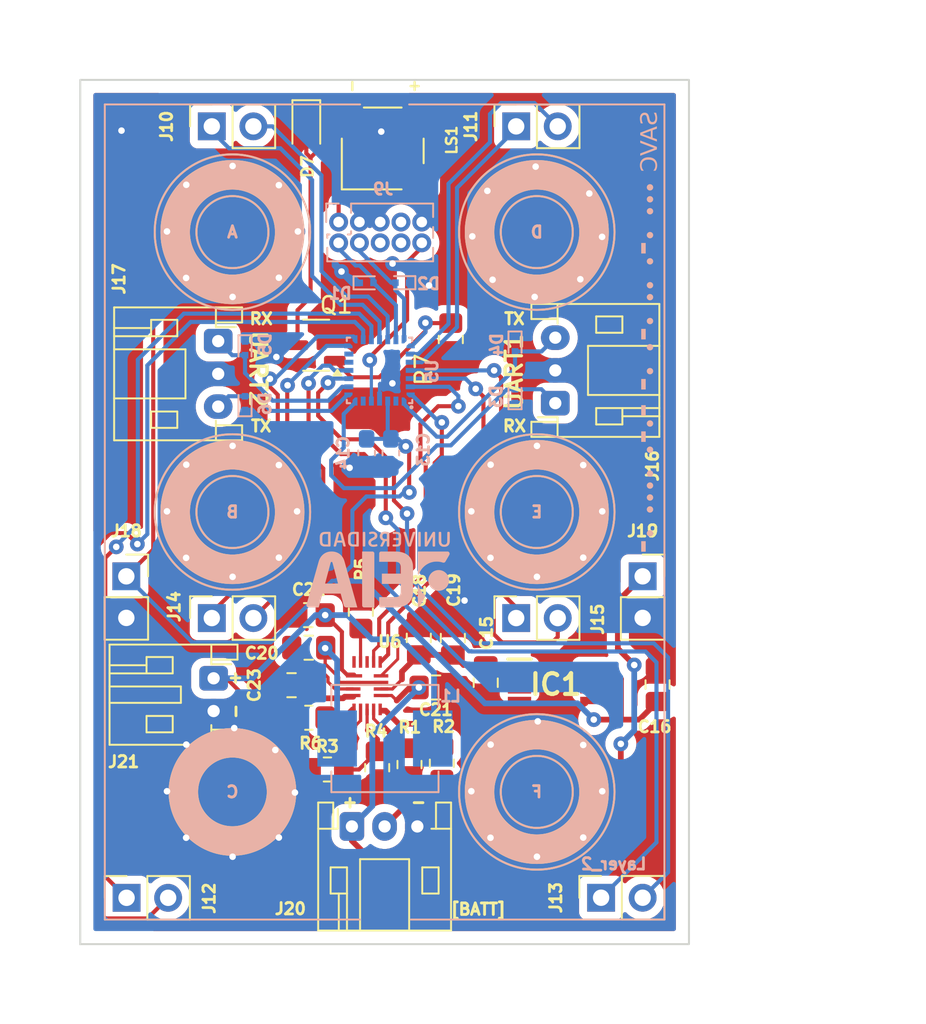
<source format=kicad_pcb>
(kicad_pcb (version 20241229) (generator "pcbnew") (generator_version "9.0")
  (layers (0 "F.Cu" signal) (2 "B.Cu" signal) (13 "F.Paste" user) (15 "B.Paste" user) (5 "F.SilkS" user "F.Silkscreen") (7 "B.SilkS" user "B.Silkscreen") (1 "F.Mask" user) (3 "B.Mask" user) (25 "Edge.Cuts" user))
  (net 0 "")
  (net 1 "+3.3V")
  (net 2 "GND")
  (net 3 "+7.5V")
  (net 4 "Net-(U6-BST)")
  (net 5 "D2")
  (net 6 "D1")
  (net 7 "C1")
  (net 8 "C2")
  (net 11 "B2")
  (net 12 "B1")
  (net 13 "A1")
  (net 14 "A2")
  (net 15 "E1")
  (net 16 "E2")
  (net 17 "/MCU/PA13")
  (net 18 "/MCU/PA14")
  (net 20 "Net-(U6-MID)")
  (net 21 "Net-(U6-NTC)")
  (net 22 "/MCU/NRST")
  (net 23 "Net-(U6-VLIM)")
  (net 24 "F1")
  (net 25 "F2")
  (net 26 "Net-(U6-ISET)")
  (net 27 "Net-(U6-CV)")
  (net 28 "USART1_RX")
  (net 29 "USART1_TX")
  (net 30 "USART2_RX")
  (net 31 "USART2_TX")
  (net 32 "I2C1_SDA")
  (net 33 "I2C1_SCL")
  (net 34 "/Power_suply/Batt2")
  (net 35 "VEE")
  (net 37 "/Power_suply/VCC")
  (net 40 "STAT")
  (net 41 "ACOK")
  (net 42 "Net-(C20-Pad1)")
  (net 43 "Net-(IC1-EN)")
  (net 47 "BUZZER")
  (net 49 "Net-(D7-A)")
  (footprint "Resistor_SMD:R_0805_2012Metric_Pad1.20x1.40mm_HandSolder" (layer "F.Cu") (at 127.255 92.42 -90)
    (property "Reference" "R2")
    (property "Value" "10K")
  )
  (footprint "Connector_PinSocket_2.54mm:PinSocket_1x02_P2.54mm_Vertical" (layer "F.Cu") (at 115.175 53.43 90)
    (property "Reference" "J10")
    (property "Value" "Conn_01x02_Female")
  )
  (footprint "Connector_PinSocket_2.54mm:PinSocket_1x02_P2.54mm_Vertical" (layer "F.Cu") (at 109.95 80.92)
    (property "Reference" "J18")
    (property "Value" "Conn_01x02_Female")
  )
  (footprint "Capacitor_SMD:C_0805_2012Metric_Pad1.18x1.45mm_HandSolder" (layer "F.Cu") (at 131.915 87.42 -90)
    (property "Reference" "C15")
    (property "Value" "1uF")
  )
  (footprint "Capacitor_SMD:C_0805_2012Metric_Pad1.18x1.45mm_HandSolder" (layer "F.Cu") (at 129.905 84.6925 90)
    (property "Reference" "C19")
    (property "Value" "22uF")
  )
  (footprint "Connector_PinSocket_2.54mm:PinSocket_1x02_P2.54mm_Vertical" (layer "F.Cu") (at 109.965 100.56 90)
    (property "Reference" "J12")
    (property "Value" "Conn_01x02_Female")
  )
  (footprint "Capacitor_SMD:C_0805_2012Metric_Pad1.18x1.45mm_HandSolder" (layer "F.Cu") (at 121.0975 85.28 180)
    (property "Reference" "C20")
    (property "Value" "100nF")
  )
  (footprint "Resistor_SMD:R_0805_2012Metric_Pad1.20x1.40mm_HandSolder" (layer "F.Cu") (at 121.105 89.56)
    (property "Reference" "R6")
    (property "Value" "24k")
  )
  (footprint "Package_TO_SOT_SMD:SOT-23-3" (layer "F.Cu") (at 121.5525 66.8 180)
    (property "Reference" "Q1")
    (property "Value" "Q_NMOS_GSD")
  )
  (footprint "Resistor_SMD:R_0805_2012Metric_Pad1.20x1.40mm_HandSolder" (layer "F.Cu") (at 125.28 92.61 90)
    (property "Reference" "R4")
    (property "Value" "10k")
  )
  (footprint "Resistor_SMD:R_0805_2012Metric_Pad1.20x1.40mm_HandSolder" (layer "F.Cu") (at 129.235 92.34 -90)
    (property "Reference" "R1")
    (property "Value" "330R")
  )
  (footprint "Resistor_SMD:R_0805_2012Metric_Pad1.20x1.40mm_HandSolder" (layer "F.Cu") (at 129.78 66.45 -90)
    (property "Reference" "R7")
    (property "Value" "10K")
  )
  (footprint "Capacitor_SMD:C_0805_2012Metric_Pad1.18x1.45mm_HandSolder" (layer "F.Cu") (at 121.0675 83.29 180)
    (property "Reference" "C22")
    (property "Value" "10uF")
  )
  (footprint "Connector_PinSocket_2.54mm:PinSocket_1x02_P2.54mm_Vertical" (layer "F.Cu") (at 133.775 53.43 90)
    (property "Reference" "J11")
    (property "Value" "Conn_01x02_Female")
  )
  (footprint "Resistor_SMD:R_0805_2012Metric_Pad1.20x1.40mm_HandSolder" (layer "F.Cu") (at 122.24 92.72 180)
    (property "Reference" "R3")
    (property "Value" "28.7k")
  )
  (footprint "Connector_PinSocket_2.54mm:PinSocket_1x02_P2.54mm_Vertical" (layer "F.Cu") (at 133.775 83.47 90)
    (property "Reference" "J15")
    (property "Value" "Conn_01x02_Female")
  )
  (footprint "Connector_JST:JST_PH_S2B-PH-K_1x02_P2.00mm_Horizontal" (layer "F.Cu") (at 115.285 87.15 -90)
    (property "Reference" "J21")
    (property "Value" "Conn_01x02_Male")
  )
  (footprint "Connector_JST:JST_PH_S3B-PH-K_1x03_P2.00mm_Horizontal" (layer "F.Cu") (at 123.735 96.2)
    (property "Reference" "J20")
    (property "Value" "Conn_01x03_Male")
  )
  (footprint "Diode_SMD:D_SOD-323" (layer "F.Cu") (at 120.95 53.44 -90)
    (property "Reference" "D7")
    (property "Value" "D")
  )
  (footprint "Capacitor_SMD:C_0805_2012Metric_Pad1.18x1.45mm_HandSolder" (layer "F.Cu") (at 142.415 87.53 90)
    (property "Reference" "C16")
    (property "Value" "10uF")
  )
  (footprint "CMT-0525-75-SMT-TR:XDCR_CMT-0525-75-SMT-TR" (layer "F.Cu") (at 125.62 54.78 -90)
    (property "Reference" "LS1")
    (property "Value" "CMT-0525-75-SMT-TR")
  )
  (footprint "Capacitor_SMD:C_0805_2012Metric_Pad1.18x1.45mm_HandSolder" (layer "F.Cu") (at 128.8775 87.71)
    (property "Reference" "C21")
    (property "Value" "22uF")
  )
  (footprint "Connector_PinSocket_2.54mm:PinSocket_1x02_P2.54mm_Vertical" (layer "F.Cu") (at 115.175 83.47 90)
    (property "Reference" "J14")
    (property "Value" "Conn_01x02_Female")
  )
  (footprint "Resistor_SMD:R_0805_2012Metric_Pad1.20x1.40mm_HandSolder" (layer "F.Cu") (at 124.285 83.11 -90)
    (property "Reference" "R5")
    (property "Value" "30k")
  )
  (footprint "KiCad:SOP65P490X110-9N" (layer "F.Cu") (at 136.19 87.53)
    (property "Reference" "IC1")
    (property "Value" "AP7583AQ-33MP-13" (hide yes))
  )
  (footprint "Connector_PinSocket_2.54mm:PinSocket_1x02_P2.54mm_Vertical" (layer "F.Cu") (at 141.505 80.92)
    (property "Reference" "J19")
    (property "Value" "Conn_01x02_Female")
  )
  (footprint "imports:QFN-18_2MMx3MM_MP2672_MNP_MPS" (layer "F.Cu") (at 124.664999 87.599999)
    (property "Reference" "U6")
    (property "Value" "MP2672GD-0000-P")
  )
  (footprint "Capacitor_SMD:C_0805_2012Metric_Pad1.18x1.45mm_HandSolder" (layer "F.Cu") (at 120.0475 87.57 180)
    (property "Reference" "C23")
    (property "Value" "1uF")
  )
  (footprint "Connector_JST:JST_PH_S3B-PH-K_1x03_P2.00mm_Horizontal" (layer "F.Cu") (at 136.165 70.34 90)
    (property "Reference" "J16")
    (property "Value" "Conn_01x03_Male")
  )
  (footprint "Capacitor_SMD:C_0805_2012Metric_Pad1.18x1.45mm_HandSolder" (layer "F.Cu") (at 127.825 84.6825 90)
    (property "Reference" "C18")
    (property "Value" "22uF")
  )
  (footprint "Connector_PinSocket_2.54mm:PinSocket_1x02_P2.54mm_Vertical" (layer "F.Cu") (at 138.965 100.555 90)
    (property "Reference" "J13")
    (property "Value" "Conn_01x02_Female")
  )
  (footprint "Connector_JST:JST_PH_S3B-PH-K_1x03_P2.00mm_Horizontal" (layer "F.Cu") (at 115.565 66.55 -90)
    (property "Reference" "J17")
    (property "Value" "Conn_01x03_Male")
  )
  (footprint "Diode_SMD:D_SOD-923" (layer "B.Cu") (at 133.705 66.76 -90)
    (property "Reference" "D4")
    (property "Value" "ESD9B3.3ST5G")
  )
  (footprint "Diode_SMD:D_SOD-923" (layer "B.Cu") (at 117.205 70.34 90)
    (property "Reference" "D6")
    (property "Value" "ESD9B3.3ST5G")
  )
  (footprint "Diode_SMD:D_SOD-923" (layer "B.Cu") (at 133.705 69.91 90)
    (property "Reference" "D3")
    (property "Value" "ESD9B3.3ST5G")
  )
  (footprint "Capacitor_SMD:C_0603_1608Metric_Pad1.08x0.95mm_HandSolder" (layer "B.Cu") (at 124.635 73.3825 -90)
    (property "Reference" "C14")
    (property "Value" "100nF")
  )
  (footprint "imports:QFN50P400X400X60-28N" (layer "B.Cu") (at 125.425 68.34 90)
    (property "Reference" "U5")
    (property "Value" "STM32C031Gx")
  )
  (footprint "Diode_SMD:D_SOD-923" (layer "B.Cu") (at 117.205 66.99 -90)
    (property "Reference" "D5")
    (property "Value" "ESD9B3.3ST5G")
  )
  (footprint "Inductor_SMD:L_Vishay_IHLP-2525" (layer "B.Cu") (at 125.755 90.83 180)
    (property "Reference" "L1")
    (property "Value" "1.5uH")
  )
  (footprint "Tesis:Electromagnets_Layer_2" (layer "B.Cu") (at 125.735 76.99 180)
    (property "Reference" "Layer_2")
    (property "Value" "Electromagnets_Layer_2")
    (fp_rect (start 18.6 -26.4) (end -18.6 26.4) (stroke (width 0.12)) (fill no) (layer "Edge.Cuts"))
  )
  (footprint "Diode_SMD:D_SOD-923" (layer "B.Cu") (at 126.8125 62.98 180)
    (property "Reference" "D2")
    (property "Value" "ESD9B3.3ST5G")
  )
  (footprint "Diode_SMD:D_SOD-923" (layer "B.Cu") (at 124.635 62.99)
    (property "Reference" "D1")
    (property "Value" "ESD9B3.3ST5G")
  )
  (footprint "Connector_PinHeader_1.27mm:PinHeader_2x05_P1.27mm_Vertical" (layer "B.Cu") (at 122.925 59.275 -90)
    (property "Reference" "J9")
    (property "Value" "Conn_ARM_JTAG_SWD_10")
  )
  (footprint "Capacitor_SMD:C_0603_1608Metric_Pad1.08x0.95mm_HandSolder" (layer "B.Cu") (at 126.115 73.3825 -90)
    (property "Reference" "C13")
    (property "Value" "4.7uF")
  )
  (footprint "Tesis:LOGO-EIA" (layer "B.Cu") (at 125.375 80.54 180)
    (property "Reference" "G***" (hide yes))
    (property "Value" "LOGO" (hide yes))
  )
  (gr_text "TX" (at 133.67 65.19 0) (layer "F.SilkS") (effects (font (size 0.7 0.7) (thickness 0.175))))
  (gr_text "+" (at 116.67 87.13 270) (layer "F.SilkS") (effects (font (size 0.7 0.7) (thickness 0.175))))
  (gr_text "-\n" (at 116.7 89.17 270) (layer "F.SilkS") (effects (font (size 0.7 0.7) (thickness 0.175))))
  (gr_text "UART1" (at 133.645 68.42 90) (layer "F.SilkS") (effects (font (size 1 1) (thickness 0.2))))
  (gr_text "RX" (at 133.67 71.74 0) (layer "F.SilkS") (effects (font (size 0.7 0.7) (thickness 0.175))))
  (gr_text "RX" (at 118.19 65.19 0) (layer "F.SilkS") (effects (font (size 0.7 0.7) (thickness 0.175))))
  (gr_text "[BATT]" (at 131.46 101.26 0) (layer "F.SilkS") (effects (font (size 0.7 0.7) (thickness 0.175))))
  (gr_text "UART2" (at 118.005 68.25 270) (layer "F.SilkS") (effects (font (size 1 1) (thickness 0.2))))
  (gr_text "+" (at 123.62 94.7 0) (layer "F.SilkS") (effects (font (size 0.7 0.7) (thickness 0.175))))
  (gr_text "-\n" (at 127.81 94.7 0) (layer "F.SilkS") (effects (font (size 0.7 0.7) (thickness 0.175))))
  (gr_text "TX" (at 118.19 71.74 0) (layer "F.SilkS") (effects (font (size 0.7 0.7) (thickness 0.175))))
  (gr_text "... .-. .. .-. .- -.-. .... .- " (at 142.375 56.79 90) (layer "B.SilkS") (effects (font (size 1.5 1.5) (thickness 0.17) (bold yes)) (justify left bottom mirror)))
  (gr_text "SAVC" (at 142.545 52.5 90) (layer "B.SilkS") (effects (font (size 1 1) (thickness 0.125)) (justify left bottom mirror)))
  (segment (start 109.95 80.92) (end 111.595 79.275) (width 0.25) (layer "F.Cu") (net 1))
  (segment (start 126.61 51.92) (end 127.87 53.18) (width 0.25) (layer "F.Cu") (net 1))
  (segment (start 120.95 51.93) (end 120.94 51.92) (width 0.25) (layer "F.Cu") (net 1))
  (segment (start 139.5415 86.555) (end 138.402 86.555) (width 0.35) (layer "F.Cu") (net 1))
  (segment (start 122.925 58.125) (end 127.87 53.18) (width 0.25) (layer "F.Cu") (net 1))
  (segment (start 127.235 73.19) (end 127.235 75.78) (width 0.25) (layer "F.Cu") (net 1))
  (segment (start 127.235 75.78) (end 127.243008 75.788008) (width 0.25) (layer "F.Cu") (net 1))
  (segment (start 122.925 59.275) (end 122.925 58.125) (width 0.25) (layer "F.Cu") (net 1))
  (segment (start 138.517687 89.672631) (end 140.18 89.672631) (width 0.35) (layer "F.Cu") (net 1))
  (segment (start 140.18 89.672631) (end 141.309869 89.672631) (width 0.35) (layer "F.Cu") (net 1))
  (segment (start 140.18 89.672631) (end 140.18 87.1935) (width 0.35) (layer "F.Cu") (net 1))
  (segment (start 120.95 52.39) (end 120.95 51.93) (width 0.25) (layer "F.Cu") (net 1))
  (segment (start 140.18 87.1935) (end 139.5415 86.555) (width 0.35) (layer "F.Cu") (net 1))
  (segment (start 112.555 51.92) (end 120.94 51.92) (width 0.25) (layer "F.Cu") (net 1))
  (segment (start 141.309869 89.672631) (end 142.415 88.5675) (width 0.35) (layer "F.Cu") (net 1))
  (segment (start 111.595 79.275) (end 111.595 52.88) (width 0.25) (layer "F.Cu") (net 1))
  (segment (start 142.405 88.5775) (end 142.415 88.5675) (width 0.25) (layer "F.Cu") (net 1))
  (segment (start 120.94 51.92) (end 126.61 51.92) (width 0.25) (layer "F.Cu") (net 1))
  (segment (start 111.595 52.88) (end 112.555 51.92) (width 0.25) (layer "F.Cu") (net 1))
  (segment (start 127.025 72.98) (end 127.235 73.19) (width 0.25) (layer "F.Cu") (net 1))
  (via (at 127.025 72.98) (size 0.9) (drill 0.4) (layers "F.Cu" "B.Cu") (net 1))
  (via (at 138.517687 89.672631) (size 0.9) (drill 0.4) (layers "F.Cu" "B.Cu") (net 1))
  (via (at 127.243008 75.788008) (size 0.9) (drill 0.4) (layers "F.Cu" "B.Cu") (net 1))
  (segment (start 126.653082 76.041918) (end 124.619292 76.041918) (width 0.25) (layer "B.Cu") (net 1))
  (segment (start 123.765 80.23) (end 122.8 81.195) (width 0.25) (layer "B.Cu") (net 1))
  (segment (start 118.775 84.95) (end 113.98 84.95) (width 0.25) (layer "B.Cu") (net 1))
  (segment (start 126.565 72.52) (end 126.115 72.52) (width 0.25) (layer "B.Cu") (net 1))
  (segment (start 123.765 76.89621) (end 123.765 80.23) (width 0.25) (layer "B.Cu") (net 1))
  (segment (start 137.525056 88.68) (end 131.865 88.68) (width 0.35) (layer "B.Cu") (net 1))
  (segment (start 127.243008 75.788008) (end 126.906992 75.788008) (width 0.25) (layer "B.Cu") (net 1))
  (segment (start 127.025 72.98) (end 126.565 72.52) (width 0.25) (layer "B.Cu") (net 1))
  (segment (start 124.38 81.195) (end 122.8 81.195) (width 0.35) (layer "B.Cu") (net 1))
  (segment (start 125.925 70.215) (end 125.925 72.33) (width 0.25) (layer "B.Cu") (net 1))
  (segment (start 138.517687 89.672631) (end 137.525056 88.68) (width 0.35) (layer "B.Cu") (net 1))
  (segment (start 125.925 72.33) (end 126.115 72.52) (width 0.25) (layer "B.Cu") (net 1))
  (segment (start 122.8 81.195) (end 122.53 81.195) (width 0.25) (layer "B.Cu") (net 1))
  (segment (start 126.115 72.52) (end 124.635 72.52) (width 0.25) (layer "B.Cu") (net 1))
  (segment (start 122.53 81.195) (end 118.775 84.95) (width 0.25) (layer "B.Cu") (net 1))
  (segment (start 126.906992 75.788008) (end 126.653082 76.041918) (width 0.25) (layer "B.Cu") (net 1))
  (segment (start 113.98 84.95) (end 109.95 80.92) (width 0.25) (layer "B.Cu") (net 1))
  (segment (start 131.865 88.68) (end 124.38 81.195) (width 0.35) (layer "B.Cu") (net 1))
  (segment (start 124.619292 76.041918) (end 123.765 76.89621) (width 0.25) (layer "B.Cu") (net 1))
  (segment (start 126.54 84.93) (end 127.825 83.645) (width 0.18) (layer "F.Cu") (net 2))
  (segment (start 121.565 91.02) (end 120.105 89.56) (width 0.18) (layer "F.Cu") (net 2))
  (segment (start 124.265 89.735) (end 122.98 91.02) (width 0.18) (layer "F.Cu") (net 2))
  (segment (start 125.515 87) (end 126.54 85.975) (width 0.18) (layer "F.Cu") (net 2))
  (segment (start 124.265 89.249999) (end 124.265 89.735) (width 0.18) (layer "F.Cu") (net 2))
  (segment (start 122.98 91.02) (end 121.565 91.02) (width 0.18) (layer "F.Cu") (net 2))
  (segment (start 126.54 85.975) (end 126.54 84.93) (width 0.18) (layer "F.Cu") (net 2))
  (via (at 123.1 62.3) (size 0.9) (drill 0.4) (layers "F.Cu" "B.Cu") (net 2))
  (via (at 119.12 67.52) (size 0.9) (drill 0.4) (layers "F.Cu" "B.Cu") (net 2))
  (via (at 112.435 94.05) (size 0.9) (drill 0.4) (layers "F.Cu" "B.Cu") (net 2))
  (via (at 119.273 79.778) (size 0.9) (drill 0.4) (layers "F.Cu" "B.Cu") (net 2))
  (via (at 137.873 91.222) (size 0.9) (drill 0.4) (layers "F.Cu" "B.Cu") (net 2))
  (via (at 137.873 74.122) (size 0.9) (drill 0.4) (layers "F.Cu" "B.Cu") (net 2))
  (via (at 123.595 74.29) (size 0.9) (drill 0.4) (layers "F.Cu" "B.Cu") (net 2))
  (via (at 126.21 69.13) (size 0.9) (drill 0.4) (layers "F.Cu" "B.Cu") (net 2))
  (via (at 116.445 55.85) (size 0.9) (drill 0.4) (layers "F.Cu" "B.Cu") (net 2))
  (via (at 112.435 59.85) (size 0.9) (drill 0.4) (layers "F.Cu" "B.Cu") (net 2))
  (via (at 120.385 76.95) (size 0.9) (drill 0.4) (layers "F.Cu" "B.Cu") (net 2))
  (via (at 119.273 62.678) (size 0.9) (drill 0.4) (layers "F.Cu" "B.Cu") (net 2))
  (via (at 116.445 72.95) (size 0.9) (drill 0.4) (layers "F.Cu" "B.Cu") (net 2))
  (via (at 131.035 76.95) (size 0.9) (drill 0.4) (layers "F.Cu" "B.Cu") (net 2))
  (via (at 116.545 90.19) (size 0.9) (drill 0.4) (layers "F.Cu" "B.Cu") (net 2))
  (via (at 135.045 98.05) (size 0.9) (drill 0.4) (layers "F.Cu" "B.Cu") (net 2))
  (via (at 131.035 94.05) (size 0.9) (drill 0.4) (layers "F.Cu" "B.Cu") (net 2))
  (via (at 134.905 63.85) (size 0.9) (drill 0.4) (layers "F.Cu" "B.Cu") (net 2))
  (via (at 138.245 57.53) (size 0.9) (drill 0.4) (layers "F.Cu" "B.Cu") (net 2))
  (via (at 113.615 91.2) (size 0.9) (drill 0.4) (layers "F.Cu" "B.Cu") (net 2))
  (via (at 137.873 79.778) (size 0.9) (drill 0.4) (layers "F.Cu" "B.Cu") (net 2))
  (via (at 139.025 60.18) (size 0.9) (drill 0.4) (layers "F.Cu" "B.Cu") (net 2))
  (via (at 119.273 96.878) (size 0.9) (drill 0.4) (layers "F.Cu" "B.Cu") (net 2))
  (via (at 137.695 62.77) (size 0.9) (drill 0.4) (layers "F.Cu" "B.Cu") (net 2))
  (via (at 132.205 96.89) (size 0.9) (drill 0.4) (layers "F.Cu" "B.Cu") (net 2))
  (via (at 134.965 55.89) (size 0.9) (drill 0.4) (layers "F.Cu" "B.Cu") (net 2))
  (via (at 128.45 63.15) (size 0.8) (drill 0.4) (layers "F.Cu" "B.Cu") (net 2))
  (via (at 132.015 57.37) (size 0.9) (drill 0.4) (layers "F.Cu" "B.Cu") (net 2))
  (via (at 119.273 57.022) (size 0.9) (drill 0.4) (layers "F.Cu" "B.Cu") (net 2))
  (via (at 135.095 89.78) (size 0.9) (drill 0.4) (layers "F.Cu" "B.Cu") (net 2))
  (via (at 113.605 79.79) (size 0.9) (drill 0.4) (layers "F.Cu" "B.Cu") (net 2))
  (via (at 113.615 74.1) (size 0.9) (drill 0.4) (layers "F.Cu" "B.Cu") (net 2))
  (via (at 116.445 63.85) (size 0.9) (drill 0.4) (layers "F.Cu" "B.Cu") (net 2))
  (via (at 109.655 53.69) (size 0.9) (drill 0.4) (layers "F.Cu" "B.Cu") (net 2))
  (via (at 139.035 76.95) (size 0.9) (drill 0.4) (layers "F.Cu" "B.Cu") (net 2))
  (via (at 132.215 91.2) (size 0.9) (drill 0.4) (layers "F.Cu" "B.Cu") (net 2))
  (via (at 119.056281 91.528719) (size 0.9) (drill 0.4) (layers "F.Cu" "B.Cu") (net 2))
  (via (at 132.205 79.79) (size 0.9) (drill 0.4) (layers "F.Cu" "B.Cu") (net 2))
  (via (at 131.095 60.15) (size 0.9) (drill 0.4) (layers "F.Cu" "B.Cu") (net 2))
  (via (at 119.273 74.122) (size 0.9) (drill 0.4) (layers "F.Cu" "B.Cu") (net 2))
  (via (at 113.605 96.89) (size 0.9) (drill 0.4) (layers "F.Cu" "B.Cu") (net 2))
  (via (at 113.605 62.69) (size 0.9) (drill 0.4) (layers "F.Cu" "B.Cu") (net 2))
  (via (at 116.445 80.95) (size 0.9) (drill 0.4) (layers "F.Cu" "B.Cu") (net 2))
  (via (at 120.435 59.85) (size 0.9) (drill 0.4) (layers "F.Cu" "B.Cu") (net 2))
  (via (at 137.873 96.878) (size 0.9) (drill 0.4) (layers "F.Cu" "B.Cu") (net 2))
  (via (at 132.215 74.1) (size 0.9) (drill 0.4) (layers "F.Cu" "B.Cu") (net 2))
  (via (at 139.035 94.05) (size 0.9) (drill 0.4) (layers "F.Cu" "B.Cu") (net 2))
  (via (at 130.62 82.4) (size 0.9) (drill 0.4) (layers "F.Cu" "B.Cu") (net 2))
  (via (at 135.045 80.95) (size 0.9) (drill 0.4) (layers "F.Cu" "B.Cu") (net 2))
  (via (at 120.255 94.13) (size 0.9) (drill 0.4) (layers "F.Cu" "B.Cu") (net 2))
  (via (at 113.615 57) (size 0.9) (drill 0.4) (layers "F.Cu" "B.Cu") (net 2))
  (via (at 135.045 72.95) (size 0.9) (drill 0.4) (layers "F.Cu" "B.Cu") (net 2))
  (via (at 125.53 53.75) (size 0.8) (drill 0.4) (layers "F.Cu" "B.Cu") (net 2))
  (via (at 126.22 61.81) (size 0.9) (drill 0.4) (layers "F.Cu" "B.Cu") (net 2))
  (via (at 132.335 62.8) (size 0.9) (drill 0.4) (layers "F.Cu" "B.Cu") (net 2))
  (via (at 116.445 98.05) (size 0.9) (drill 0.4) (layers "F.Cu" "B.Cu") (net 2))
  (via (at 112.435 76.95) (size 0.9) (drill 0.4) (layers "F.Cu" "B.Cu") (net 2))
  (segment (start 133.645 70.39) (end 133.635 70.38) (width 0.25) (layer "B.Cu") (net 2))
  (segment (start 126.21 69.13) (end 125.464302 69.13) (width 0.2) (layer "B.Cu") (net 2))
  (segment (start 133.715 70.34) (end 133.705 70.33) (width 0.25) (layer "B.Cu") (net 2))
  (segment (start 125.464302 69.13) (end 125.425 69.169302) (width 0.2) (layer "B.Cu") (net 2))
  (segment (start 125.425 69.169302) (end 125.425 70.065) (width 0.2) (layer "B.Cu") (net 2))
  (segment (start 140.99 86.336) (end 139.99 85.336) (width 0.35) (layer "F.Cu") (net 3))
  (segment (start 123.735 97.07) (end 123.735 96.2) (width 0.35) (layer "F.Cu") (net 3))
  (segment (start 136.17 100.52) (end 127.185 100.52) (width 0.35) (layer "F.Cu") (net 3))
  (segment (start 127.275 87.71) (end 126.475 88.51) (width 0.35) (layer "F.Cu") (net 3))
  (segment (start 125.515 88.199998) (end 126.164998 88.199998) (width 0.195) (layer "F.Cu") (net 3))
  (segment (start 127.8275 87.71) (end 127.275 87.71) (width 0.35) (layer "F.Cu") (net 3))
  (segment (start 127.185 100.52) (end 123.735 97.07) (width 0.35) (layer "F.Cu") (net 3))
  (segment (start 140.17 91.155) (end 140.17 96.52) (width 0.35) (layer "F.Cu") (net 3))
  (segment (start 139.99 85.336) (end 139.99 82.435) (width 0.35) (layer "F.Cu") (net 3))
  (segment (start 126.164998 88.199998) (end 126.475 88.51) (width 0.195) (layer "F.Cu") (net 3))
  (segment (start 140.17 96.52) (end 136.17 100.52) (width 0.35) (layer "F.Cu") (net 3))
  (segment (start 139.99 82.435) (end 141.505 80.92) (width 0.35) (layer "F.Cu") (net 3))
  (via (at 127.8275 87.71) (size 0.9) (drill 0.4) (layers "F.Cu" "B.Cu") (net 3))
  (via (at 140.17 91.155) (size 0.9) (drill 0.4) (layers "F.Cu" "B.Cu") (net 3))
  (via (at 140.99 86.336) (size 0.9) (drill 0.4) (layers "F.Cu" "B.Cu") (net 3))
  (segment (start 140.99 86.336) (end 140.99 90.335) (width 0.35) (layer "B.Cu") (net 3))
  (segment (start 124.985 94.95) (end 124.985 90.5525) (width 0.35) (layer "B.Cu") (net 3))
  (segment (start 124.985 90.5525) (end 127.8275 87.71) (width 0.35) (layer "B.Cu") (net 3))
  (segment (start 140.99 90.335) (end 140.17 91.155) (width 0.35) (layer "B.Cu") (net 3))
  (segment (start 123.735 96.2) (end 124.985 94.95) (width 0.35) (layer "B.Cu") (net 3))
  (segment (start 123.814998 87.799999) (end 122.704999 87.799999) (width 0.195) (layer "F.Cu") (net 4))
  (segment (start 121.1775 86.46) (end 120.0275 85.31) (width 0.195) (layer "F.Cu") (net 4))
  (segment (start 122.704999 87.799999) (end 122.275 87.37) (width 0.195) (layer "F.Cu") (net 4))
  (segment (start 122.275 87.095) (end 121.64 86.46) (width 0.195) (layer "F.Cu") (net 4))
  (segment (start 121.64 86.46) (end 121.1775 86.46) (width 0.195) (layer "F.Cu") (net 4))
  (segment (start 122.275 87.37) (end 122.275 87.095) (width 0.195) (layer "F.Cu") (net 4))
  (segment (start 129.64 56.935) (end 132.175 54.4) (width 0.25) (layer "B.Cu") (net 5))
  (segment (start 132.175 52.68) (end 132.855 52) (width 0.25) (layer "B.Cu") (net 5))
  (segment (start 134.885 52) (end 136.315 53.43) (width 0.25) (layer "B.Cu") (net 5))
  (segment (start 127.795 67.34) (end 129.64 65.495) (width 0.25) (layer "B.Cu") (net 5))
  (segment (start 132.855 52) (end 134.885 52) (width 0.25) (layer "B.Cu") (net 5))
  (segment (start 132.175 54.4) (end 132.175 52.68) (width 0.25) (layer "B.Cu") (net 5))
  (segment (start 127.3 67.34) (end 127.795 67.34) (width 0.25) (layer "B.Cu") (net 5))
  (segment (start 129.64 65.495) (end 129.64 56.935) (width 0.25) (layer "B.Cu") (net 5))
  (segment (start 130.16 65.691396) (end 130.16 57.185) (width 0.25) (layer "B.Cu") (net 6))
  (segment (start 127.3 67.84) (end 128.011396 67.84) (width 0.25) (layer "B.Cu") (net 6))
  (segment (start 133.775 53.57) (end 133.775 53.43) (width 0.25) (layer "B.Cu") (net 6))
  (segment (start 130.16 57.185) (end 133.775 53.57) (width 0.25) (layer "B.Cu") (net 6))
  (segment (start 128.011396 67.84) (end 130.16 65.691396) (width 0.25) (layer "B.Cu") (net 6))
  (segment (start 111.245 101.82) (end 112.505 100.56) (width 0.25) (layer "F.Cu") (net 7))
  (segment (start 108.685 101.82) (end 111.245 101.82) (width 0.25) (layer "F.Cu") (net 7))
  (segment (start 108.115 79.14) (end 108.115 101.25) (width 0.25) (layer "F.Cu") (net 7))
  (segment (start 108.975 78.28) (end 108.115 79.14) (width 0.25) (layer "F.Cu") (net 7))
  (segment (start 109.955 78.28) (end 108.975 78.28) (width 0.25) (layer "F.Cu") (net 7))
  (segment (start 110.625 78.95) (end 109.955 78.28) (width 0.25) (layer "F.Cu") (net 7))
  (segment (start 108.115 101.25) (end 108.685 101.82) (width 0.25) (layer "F.Cu") (net 7))
  (via (at 110.625 78.95) (size 0.9) (drill 0.4) (layers "F.Cu" "B.Cu") (net 7))
  (segment (start 110.625 78.95) (end 111.235 78.34) (width 0.25) (layer "B.Cu") (net 7))
  (segment (start 113.885 65.38) (end 123.915 65.38) (width 0.25) (layer "B.Cu") (net 7))
  (segment (start 111.235 78.34) (end 111.235 68.03) (width 0.25) (layer "B.Cu") (net 7))
  (segment (start 124.425 65.89) (end 124.425 66.465) (width 0.25) (layer "B.Cu") (net 7))
  (segment (start 111.235 68.03) (end 113.885 65.38) (width 0.25) (layer "B.Cu") (net 7))
  (segment (start 123.915 65.38) (end 124.425 65.89) (width 0.25) (layer "B.Cu") (net 7))
  (segment (start 108.665 79.79) (end 108.665 99.26) (width 0.25) (layer "F.Cu") (net 8))
  (segment (start 109.335 79.12) (end 108.665 79.79) (width 0.25) (layer "F.Cu") (net 8))
  (segment (start 108.665 99.26) (end 109.965 100.56) (width 0.25) (layer "F.Cu") (net 8))
  (via (at 109.335 79.12) (size 0.9) (drill 0.4) (layers "F.Cu" "B.Cu") (net 8))
  (segment (start 124.175 64.87) (end 124.925 65.62) (width 0.25) (layer "B.Cu") (net 8))
  (segment (start 110.655 77.73) (end 110.655 67.68) (width 0.25) (layer "B.Cu") (net 8))
  (segment (start 109.335 79.05) (end 110.655 77.73) (width 0.25) (layer "B.Cu") (net 8))
  (segment (start 124.925 65.62) (end 124.925 66.465) (width 0.25) (layer "B.Cu") (net 8))
  (segment (start 113.465 64.87) (end 124.175 64.87) (width 0.25) (layer "B.Cu") (net 8))
  (segment (start 110.655 67.68) (end 113.465 64.87) (width 0.25) (layer "B.Cu") (net 8))
  (segment (start 109.335 79.12) (end 109.335 79.05) (width 0.25) (layer "B.Cu") (net 8))
  (segment (start 121.985 74.33) (end 121.985 79.2) (width 0.25) (layer "F.Cu") (net 11))
  (segment (start 119.785 72.13) (end 121.985 74.33) (width 0.25) (layer "F.Cu") (net 11))
  (segment (start 119.785 69.27) (end 119.785 72.13) (width 0.25) (layer "F.Cu") (net 11))
  (segment (start 121.985 79.2) (end 117.715 83.47) (width 0.25) (layer "F.Cu") (net 11))
  (segment (start 119.805 69.25) (end 119.785 69.27) (width 0.25) (layer "F.Cu") (net 11))
  (via (at 119.805 69.25) (size 0.9) (drill 0.4) (layers "F.Cu" "B.Cu") (net 11))
  (segment (start 122.195 66.84) (end 123.45 66.84) (width 0.25) (layer "B.Cu") (net 11))
  (segment (start 119.805 69.25) (end 119.805 69.23) (width 0.25) (layer "B.Cu") (net 11))
  (segment (start 119.805 69.23) (end 122.195 66.84) (width 0.25) (layer "B.Cu") (net 11))
  (segment (start 119.205 72.45) (end 121.385 74.63) (width 0.25) (layer "F.Cu") (net 12))
  (segment (start 121.385 78.97) (end 118.415 81.94) (width 0.25) (layer "F.Cu") (net 12))
  (segment (start 115.175 83.14) (end 115.175 83.47) (width 0.25) (layer "F.Cu") (net 12))
  (segment (start 116.375 81.94) (end 115.175 83.14) (width 0.25) (layer "F.Cu") (net 12))
  (segment (start 119.205 69.83) (end 119.205 72.45) (width 0.25) (layer "F.Cu") (net 12))
  (segment (start 118.415 81.94) (end 116.375 81.94) (width 0.25) (layer "F.Cu") (net 12))
  (segment (start 118.725142 68.854518) (end 118.725142 69.350142) (width 0.25) (layer "F.Cu") (net 12))
  (segment (start 121.385 74.63) (end 121.385 78.97) (width 0.25) (layer "F.Cu") (net 12))
  (segment (start 118.725142 69.350142) (end 119.205 69.83) (width 0.25) (layer "F.Cu") (net 12))
  (via (at 118.725142 68.854518) (size 0.9) (drill 0.4) (layers "F.Cu" "B.Cu") (net 12))
  (segment (start 119.030482 68.854518) (end 118.725142 68.854518) (width 0.25) (layer "B.Cu") (net 12))
  (segment (start 121.615 66.27) (end 119.030482 68.854518) (width 0.25) (layer "B.Cu") (net 12))
  (segment (start 123.83 66.27) (end 121.615 66.27) (width 0.25) (layer "B.Cu") (net 12))
  (segment (start 123.925 66.365) (end 123.83 66.27) (width 0.25) (layer "B.Cu") (net 12))
  (segment (start 116.225 54.77) (end 115.175 53.72) (width 0.25) (layer "B.Cu") (net 13))
  (segment (start 119.365 54.77) (end 116.225 54.77) (width 0.25) (layer "B.Cu") (net 13))
  (segment (start 125.425 65.37) (end 124.385 64.33) (width 0.25) (layer "B.Cu") (net 13))
  (segment (start 121.305 56.71) (end 119.365 54.77) (width 0.25) (layer "B.Cu") (net 13))
  (segment (start 121.305 62.58) (end 121.305 56.71) (width 0.25) (layer "B.Cu") (net 13))
  (segment (start 115.175 53.72) (end 115.175 53.43) (width 0.25) (layer "B.Cu") (net 13))
  (segment (start 123.055 64.33) (end 121.305 62.58) (width 0.25) (layer "B.Cu") (net 13))
  (segment (start 124.385 64.33) (end 123.055 64.33) (width 0.25) (layer "B.Cu") (net 13))
  (segment (start 125.425 66.465) (end 125.425 65.37) (width 0.25) (layer "B.Cu") (net 13))
  (segment (start 118.885 53.43) (end 117.715 53.43) (width 0.25) (layer "B.Cu") (net 14))
  (segment (start 121.875 62.27) (end 121.875 56.42) (width 0.25) (layer "B.Cu") (net 14))
  (segment (start 125.925 65.03) (end 124.725 63.83) (width 0.25) (layer "B.Cu") (net 14))
  (segment (start 125.925 66.465) (end 125.925 65.03) (width 0.25) (layer "B.Cu") (net 14))
  (segment (start 121.875 56.42) (end 118.885 53.43) (width 0.25) (layer "B.Cu") (net 14))
  (segment (start 124.725 63.83) (end 123.435 63.83) (width 0.25) (layer "B.Cu") (net 14))
  (segment (start 123.435 63.83) (end 121.875 62.27) (width 0.25) (layer "B.Cu") (net 14))
  (segment (start 132.855 71.84) (end 132.855 68.77) (width 0.25) (layer "F.Cu") (net 15))
  (segment (start 130.085 74.61) (end 132.855 71.84) (width 0.25) (layer "F.Cu") (net 15))
  (segment (start 130.085 79.13) (end 130.085 74.61) (width 0.25) (layer "F.Cu") (net 15))
  (segment (start 133.775 83.47) (end 133.775 82.82) (width 0.25) (layer "F.Cu") (net 15))
  (segment (start 132.855 68.77) (end 132.426636 68.341636) (width 0.25) (layer "F.Cu") (net 15))
  (segment (start 133.775 82.82) (end 130.085 79.13) (width 0.25) (layer "F.Cu") (net 15))
  (via (at 132.426636 68.341636) (size 0.9) (drill 0.4) (layers "F.Cu" "B.Cu") (net 15))
  (segment (start 132.425 68.34) (end 132.426636 68.341636) (width 0.25) (layer "B.Cu") (net 15))
  (segment (start 127.3 68.34) (end 132.425 68.34) (width 0.25) (layer "B.Cu") (net 15))
  (segment (start 132.405 84.45) (end 132.405 82.26) (width 0.25) (layer "F.Cu") (net 16))
  (segment (start 129.503796 79.358796) (end 129.503796 74.411204) (width 0.25) (layer "F.Cu") (net 16))
  (segment (start 131.775 69.94) (end 131.301636 69.466636) (width 0.25) (layer "F.Cu") (net 16))
  (segment (start 131.775 72.14) (end 131.775 69.94) (width 0.25) (layer "F.Cu") (net 16))
  (segment (start 132.405 82.26) (end 129.503796 79.358796) (width 0.25) (layer "F.Cu") (net 16))
  (segment (start 136.315 83.47) (end 136.315 84.62) (width 0.25) (layer "F.Cu") (net 16))
  (segment (start 136.315 84.62) (end 135.975 84.96) (width 0.25) (layer "F.Cu") (net 16))
  (segment (start 132.915 84.96) (end 132.405 84.45) (width 0.25) (layer "F.Cu") (net 16))
  (segment (start 129.503796 74.411204) (end 131.775 72.14) (width 0.25) (layer "F.Cu") (net 16))
  (segment (start 135.975 84.96) (end 132.915 84.96) (width 0.25) (layer "F.Cu") (net 16))
  (via (at 131.301636 69.466636) (size 0.9) (drill 0.4) (layers "F.Cu" "B.Cu") (net 16))
  (segment (start 130.675 68.84) (end 131.301636 69.466636) (width 0.25) (layer "B.Cu") (net 16))
  (segment (start 127.3 68.84) (end 130.675 68.84) (width 0.25) (layer "B.Cu") (net 16))
  (segment (start 123.965 61.93) (end 122.925 60.89) (width 0.25) (layer "B.Cu") (net 17))
  (segment (start 125.055 62.99) (end 125.055 62.77) (width 0.25) (layer "B.Cu") (net 17))
  (segment (start 124.215 61.93) (end 123.965 61.93) (width 0.25) (layer "B.Cu") (net 17))
  (segment (start 125.055 62.77) (end 124.215 61.93) (width 0.25) (layer "B.Cu") (net 17))
  (segment (start 126.425 66.465) (end 126.425 64.36) (width 0.25) (layer "B.Cu") (net 17))
  (segment (start 122.925 60.89) (end 122.925 60.545) (width 0.25) (layer "B.Cu") (net 17))
  (segment (start 126.425 64.36) (end 125.055 62.99) (width 0.25) (layer "B.Cu") (net 17))
  (segment (start 126.3925 62.98) (end 126.132231 62.98) (width 0.25) (layer "B.Cu") (net 18))
  (segment (start 124.195 61.042769) (end 124.195 60.545) (width 0.25) (layer "B.Cu") (net 18))
  (segment (start 126.925 63.9625) (end 126.3925 63.43) (width 0.25) (layer "B.Cu") (net 18))
  (segment (start 126.925 66.365) (end 126.925 63.9625) (width 0.25) (layer "B.Cu") (net 18))
  (segment (start 126.3925 63.43) (end 126.3925 62.98) (width 0.25) (layer "B.Cu") (net 18))
  (segment (start 126.132231 62.98) (end 124.195 61.042769) (width 0.25) (layer "B.Cu") (net 18))
  (segment (start 126.595 89.93) (end 125.791597 89.126597) (width 0.35) (layer "F.Cu") (net 20))
  (segment (start 127.935 90.04) (end 127.935 90.02) (width 0.35) (layer "F.Cu") (net 20))
  (segment (start 127.935 90.02) (end 127.845 89.93) (width 0.35) (layer "F.Cu") (net 20))
  (segment (start 127.845 89.93) (end 126.595 89.93) (width 0.35) (layer "F.Cu") (net 20))
  (segment (start 129.235 91.34) (end 127.935 90.04) (width 0.35) (layer "F.Cu") (net 20))
  (segment (start 125.791597 89.126597) (end 125.541598 89.126597) (width 0.35) (layer "F.Cu") (net 20))
  (segment (start 125.455 90.01) (end 125.54581 90.01) (width 0.195) (layer "F.Cu") (net 21))
  (segment (start 125.064998 89.049999) (end 125.064998 89.619998) (width 0.195) (layer "F.Cu") (net 21))
  (segment (start 125.064998 89.619998) (end 125.455 90.01) (width 0.195) (layer "F.Cu") (net 21))
  (segment (start 127.255 91.42) (end 126.975 91.42) (width 0.35) (layer "F.Cu") (net 21))
  (segment (start 126.975 91.42) (end 125.565 90.01) (width 0.35) (layer "F.Cu") (net 21))
  (segment (start 128.005 60.825) (end 127.11 61.72) (width 0.25) (layer "F.Cu") (net 22))
  (segment (start 124.835 67.525) (end 124.835 67.72) (width 0.25) (layer "F.Cu") (net 22))
  (segment (start 124.835 67.72) (end 124.825 67.71) (width 0.25) (layer "F.Cu") (net 22))
  (segment (start 127.11 61.72) (end 127.11 65.25) (width 0.25) (layer "F.Cu") (net 22))
  (segment (start 127.11 65.25) (end 124.835 67.525) (width 0.25) (layer "F.Cu") (net 22))
  (segment (start 128.005 60.545) (end 128.005 60.825) (width 0.25) (layer "F.Cu") (net 22))
  (via (at 124.825 67.71) (size 0.9) (drill 0.4) (layers "F.Cu" "B.Cu") (net 22))
  (segment (start 124.925 67.81) (end 124.825 67.71) (width 0.195) (layer "B.Cu") (net 22))
  (segment (start 124.925 70.215) (end 124.925 67.81) (width 0.195) (layer "B.Cu") (net 22))
  (segment (start 125.275 91.43) (end 125.275 90.887817) (width 0.35) (layer "F.Cu") (net 23))
  (segment (start 124.17 92.72) (end 125.28 91.61) (width 0.25) (layer "F.Cu") (net 23))
  (segment (start 125.275 91.43) (end 125.275 91.1) (width 0.35) (layer "F.Cu") (net 23))
  (segment (start 125.275 90.887817) (end 124.706091 90.318908) (width 0.35) (layer "F.Cu") (net 23))
  (segment (start 124.664999 90.277816) (end 124.706091 90.318908) (width 0.195) (layer "F.Cu") (net 23))
  (segment (start 124.664999 89.049999) (end 124.664999 90.277816) (width 0.195) (layer "F.Cu") (net 23))
  (segment (start 123.24 92.72) (end 124.17 92.72) (width 0.25) (layer "F.Cu") (net 23))
  (segment (start 122.272345 69.087345) (end 122.272345 69.110235) (width 0.25) (layer "F.Cu") (net 24))
  (segment (start 121.675 69.70758) (end 121.675 71.11) (width 0.25) (layer "F.Cu") (net 24))
  (segment (start 124.725 72.55) (end 126.305 74.13) (width 0.25) (layer "F.Cu") (net 24))
  (segment (start 126.305 74.13) (end 126.305 76.29) (width 0.25) (layer "F.Cu") (net 24))
  (segment (start 121.675 71.11) (end 123.115 72.55) (width 0.25) (layer "F.Cu") (net 24))
  (segment (start 123.115 72.55) (end 124.725 72.55) (width 0.25) (layer "F.Cu") (net 24))
  (segment (start 122.272345 69.110235) (end 121.675 69.70758) (width 0.25) (layer "F.Cu") (net 24))
  (segment (start 126.305 76.29) (end 127.105 77.09) (width 0.25) (layer "F.Cu") (net 24))
  (via (at 127.105 77.09) (size 0.9) (drill 0.4) (layers "F.Cu" "B.Cu") (net 24))
  (via (at 122.272345 69.087345) (size 0.9) (drill 0.4) (layers "F.Cu" "B.Cu") (net 24))
  (segment (start 127.105 77.09) (end 127.105 80.85) (width 0.25) (layer "B.Cu") (net 24))
  (segment (start 122.51969 68.84) (end 123.55 68.84) (width 0.25) (layer "B.Cu") (net 24))
  (segment (start 143.06 99) (end 141.505 100.555) (width 0.25) (layer "B.Cu") (net 24))
  (segment (start 142.19 85.01) (end 143.06 85.88) (width 0.25) (layer "B.Cu") (net 24))
  (segment (start 131.265 85.01) (end 142.19 85.01) (width 0.25) (layer "B.Cu") (net 24))
  (segment (start 143.06 85.88) (end 143.06 99) (width 0.25) (layer "B.Cu") (net 24))
  (segment (start 127.105 80.85) (end 131.265 85.01) (width 0.25) (layer "B.Cu") (net 24))
  (segment (start 122.272345 69.087345) (end 122.51969 68.84) (width 0.25) (layer "B.Cu") (net 24))
  (segment (start 123.065 73.45) (end 121.086611 71.471611) (width 0.25) (layer "F.Cu") (net 25))
  (segment (start 124.475 73.45) (end 123.065 73.45) (width 0.25) (layer "F.Cu") (net 25))
  (segment (start 121.086611 71.471611) (end 121.086611 69.129242) (width 0.25) (layer "F.Cu") (net 25))
  (segment (start 125.805 74.78) (end 124.475 73.45) (width 0.25) (layer "F.Cu") (net 25))
  (segment (start 125.805 77.345114) (end 125.805 74.78) (width 0.25) (layer "F.Cu") (net 25))
  (via (at 125.805 77.345114) (size 0.9) (drill 0.4) (layers "F.Cu" "B.Cu") (net 25))
  (via (at 121.086611 69.129242) (size 0.9) (drill 0.4) (layers "F.Cu" "B.Cu") (net 25))
  (segment (start 121.955 68.05) (end 121.086611 68.918389) (width 0.25) (layer "B.Cu") (net 25))
  (segment (start 121.086611 68.918389) (end 121.086611 69.129242) (width 0.25) (layer "B.Cu") (net 25))
  (segment (start 122.675 68.34) (end 122.385 68.05) (width 0.25) (layer "B.Cu") (net 25))
  (segment (start 130.885 85.5) (end 131.046479 85.5) (width 0.25) (layer "B.Cu") (net 25))
  (segment (start 126.555 78.095114) (end 126.555 81.17) (width 0.25) (layer "B.Cu") (net 25))
  (segment (start 122.385 68.05) (end 121.955 68.05) (width 0.25) (layer "B.Cu") (net 25))
  (segment (start 131.046479 85.5) (end 131.05748 85.511) (width 0.25) (layer "B.Cu") (net 25))
  (segment (start 123.55 68.34) (end 122.675 68.34) (width 0.25) (layer "B.Cu") (net 25))
  (segment (start 141.681 85.511) (end 142.35 86.18) (width 0.25) (layer "B.Cu") (net 25))
  (segment (start 142.35 97.17) (end 138.965 100.555) (width 0.25) (layer "B.Cu") (net 25))
  (segment (start 126.555 81.17) (end 130.885 85.5) (width 0.25) (layer "B.Cu") (net 25))
  (segment (start 125.805 77.345114) (end 126.555 78.095114) (width 0.25) (layer "B.Cu") (net 25))
  (segment (start 131.05748 85.511) (end 141.681 85.511) (width 0.25) (layer "B.Cu") (net 25))
  (segment (start 142.35 86.18) (end 142.35 97.17) (width 0.25) (layer "B.Cu") (net 25))
  (segment (start 122.105 89.49) (end 123.348399 89.49) (width 0.35) (layer "F.Cu") (net 26))
  (segment (start 123.348399 89.49) (end 123.7884 89.049999) (width 0.35) (layer "F.Cu") (net 26))
  (segment (start 123.865 89.050001) (end 123.864998 89.049999) (width 0.195) (layer "F.Cu") (net 26))
  (segment (start 124.265 86.149999) (end 124.265 84.38) (width 0.195) (layer "F.Cu") (net 27))
  (segment (start 124.265 84.38) (end 124.255 84.37) (width 0.195) (layer "F.Cu") (net 27))
  (segment (start 128.935 72.92) (end 126.325 75.53) (width 0.25) (layer "B.Cu") (net 28))
  (segment (start 123.235 71.005) (end 123.925 70.315) (width 0.25) (layer "B.Cu") (net 28))
  (segment (start 135.315 69.49) (end 133.705 69.49) (width 0.25) (layer "B.Cu") (net 28))
  (segment (start 136.165 70.34) (end 135.315 69.49) (width 0.25) (layer "B.Cu") (net 28))
  (segment (start 126.325 75.53) (end 123.24401 75.53) (width 0.25) (layer "B.Cu") (net 28))
  (segment (start 129.785 72.92) (end 128.935 72.92) (width 0.25) (layer "B.Cu") (net 28))
  (segment (start 122.47 74.755991) (end 122.47 73.824009) (width 0.25) (layer "B.Cu") (net 28))
  (segment (start 122.47 73.824009) (end 123.235 73.059009) (width 0.25) (layer "B.Cu") (net 28))
  (segment (start 123.235 73.059009) (end 123.235 71.005) (width 0.25) (layer "B.Cu") (net 28))
  (segment (start 133.215 69.49) (end 129.785 72.92) (width 0.25) (layer "B.Cu") (net 28))
  (segment (start 123.24401 75.53) (end 122.47 74.755991) (width 0.25) (layer "B.Cu") (net 28))
  (segment (start 133.705 69.49) (end 133.215 69.49) (width 0.25) (layer "B.Cu") (net 28))
  (segment (start 135.325 67.18) (end 133.705 67.18) (width 0.25) (layer "B.Cu") (net 29))
  (segment (start 136.165 66.34) (end 135.325 67.18) (width 0.25) (layer "B.Cu") (net 29))
  (segment (start 128.925 72.39) (end 126.925 70.39) (width 0.25) (layer "B.Cu") (net 29))
  (segment (start 133.705 68.23) (end 129.545 72.39) (width 0.25) (layer "B.Cu") (net 29))
  (segment (start 126.925 70.39) (end 126.925 70.315) (width 0.25) (layer "B.Cu") (net 29))
  (segment (start 133.705 67.18) (end 133.705 68.23) (width 0.25) (layer "B.Cu") (net 29))
  (segment (start 129.545 72.39) (end 128.925 72.39) (width 0.25) (layer "B.Cu") (net 29))
  (segment (start 115.565 66.55) (end 116.425 67.41) (width 0.25) (layer "B.Cu") (net 30))
  (segment (start 117.205 67.41) (end 117.205 68.501104) (width 0.25) (layer "B.Cu") (net 30))
  (segment (start 122.295 70.19) (end 123.145 69.34) (width 0.25) (layer "B.Cu") (net 30))
  (segment (start 117.205 68.501104) (end 118.893896 70.19) (width 0.25) (layer "B.Cu") (net 30))
  (segment (start 115.5675 66.5475) (end 115.565 66.55) (width 0.25) (layer "B.Cu") (net 30))
  (segment (start 118.893896 70.19) (end 122.295 70.19) (width 0.25) (layer "B.Cu") (net 30))
  (segment (start 116.425 67.41) (end 117.205 67.41) (width 0.25) (layer "B.Cu") (net 30))
  (segment (start 123.145 69.34) (end 123.55 69.34) (width 0.25) (layer "B.Cu") (net 30))
  (segment (start 118.775 70.81) (end 117.8825 69.9175) (width 0.25) (layer "B.Cu") (net 31))
  (segment (start 116.1975 69.9175) (end 115.565 70.55) (width 0.25) (layer "B.Cu") (net 31))
  (segment (start 123.45 69.845) (end 122.485 70.81) (width 0.25) (layer "B.Cu") (net 31))
  (segment (start 123.45 69.84) (end 123.45 69.845) (width 0.25) (layer "B.Cu") (net 31))
  (segment (start 122.485 70.81) (end 118.775 70.81) (width 0.25) (layer "B.Cu") (net 31))
  (segment (start 117.8825 69.9175) (end 116.1975 69.9175) (width 0.25) (layer "B.Cu") (net 31))
  (segment (start 128.245 80.68) (end 125.405 83.52) (width 0.25) (layer "F.Cu") (net 32))
  (segment (start 128.245 74.1) (end 128.245 80.68) (width 0.25) (layer "F.Cu") (net 32))
  (segment (start 127.925 71.61) (end 129.008364 70.526636) (width 0.25) (layer "F.Cu") (net 32))
  (segment (start 127.925 73.78) (end 128.245 74.1) (width 0.25) (layer "F.Cu") (net 32))
  (segment (start 125.064998 85.470002) (end 125.405 85.13) (width 0.195) (layer "F.Cu") (net 32))
  (segment (start 125.064998 86.149999) (end 125.064998 85.470002) (width 0.195) (layer "F.Cu") (net 32))
  (segment (start 130.241636 70.526636) (end 130.092518 70.377518) (width 0.25) (layer "F.Cu") (net 32))
  (segment (start 129.008364 70.526636) (end 130.241636 70.526636) (width 0.25) (layer "F.Cu") (net 32))
  (segment (start 127.925 71.61) (end 127.925 73.78) (width 0.25) (layer "F.Cu") (net 32))
  (segment (start 125.405 83.52) (end 125.405 85.13) (width 0.25) (layer "F.Cu") (net 32))
  (via (at 130.241636 70.526636) (size 0.9) (drill 0.4) (layers "F.Cu" "B.Cu") (net 32))
  (segment (start 130.241636 70.526636) (end 130.241636 69.906636) (width 0.25) (layer "B.Cu") (net 32))
  (segment (start 130.241636 69.906636) (end 129.675 69.34) (width 0.25) (layer "B.Cu") (net 32))
  (segment (start 129.675 69.34) (end 127.3 69.34) (width 0.25) (layer "B.Cu") (net 32))
  (segment (start 125.955 85.686597) (end 125.491598 86.149999) (width 0.25) (layer "F.Cu") (net 33))
  (segment (start 125.955 83.77) (end 125.955 85.686597) (width 0.25) (layer "F.Cu") (net 33))
  (segment (start 128.795 80.93) (end 125.955 83.77) (width 0.25) (layer "F.Cu") (net 33))
  (segment (start 128.795 73.99) (end 128.795 80.93) (width 0.25) (layer "F.Cu") (net 33))
  (segment (start 129.230155 73.554845) (end 128.795 73.99) (width 0.25) (layer "F.Cu") (net 33))
  (segment (start 129.230155 71.5155) (end 129.230155 73.554845) (width 0.25) (layer "F.Cu") (net 33))
  (via (at 129.230155 71.5155) (size 0.9) (drill 0.4) (layers "F.Cu" "B.Cu") (net 33))
  (segment (start 127.415 69.84) (end 129.0905 71.5155) (width 0.25) (layer "B.Cu") (net 33))
  (segment (start 127.4 69.84) (end 127.415 69.84) (width 0.25) (layer "B.Cu") (net 33))
  (segment (start 129.0905 71.5155) (end 129.230155 71.5155) (width 0.25) (layer "B.Cu") (net 33))
  (segment (start 125.735 96.2) (end 127.265 94.67) (width 0.35) (layer "F.Cu") (net 34))
  (segment (start 129.235 93.93) (end 129.235 93.34) (width 0.35) (layer "F.Cu") (net 34))
  (segment (start 127.265 94.67) (end 128.495 94.67) (width 0.35) (layer "F.Cu") (net 34))
  (segment (start 128.495 94.67) (end 129.235 93.93) (width 0.35) (layer "F.Cu") (net 34))
  (segment (start 122.1025 83.29) (end 123.125 84.3125) (width 0.25) (layer "F.Cu") (net 35))
  (segment (start 123.125 84.3125) (end 123.125 86.617201) (width 0.25) (layer "F.Cu") (net 35))
  (segment (start 121.24 92.316514) (end 116.073486 87.15) (width 0.25) (layer "F.Cu") (net 35))
  (segment (start 123.125 86.617201) (end 123.431198 86.923399) (width 0.25) (layer "F.Cu") (net 35))
  (segment (start 116.073486 87.15) (end 115.285 87.15) (width 0.25) (layer "F.Cu") (net 35))
  (segment (start 121.24 92.72) (end 121.24 92.316514) (width 0.25) (layer "F.Cu") (net 35))
  (segment (start 123.431198 86.923399) (end 123.865998 86.923399) (width 0.25) (layer "F.Cu") (net 35))
  (via (at 122.1025 83.29) (size 0.9) (drill 0.4) (layers "F.Cu" "B.Cu") (net 35))
  (segment (start 117.655 87.15) (end 115.285 87.15) (width 0.35) (layer "B.Cu") (net 35))
  (segment (start 122.1025 83.29) (end 121.515 83.29) (width 0.35) (layer "B.Cu") (net 35))
  (segment (start 124.955 84.77) (end 126.715 84.77) (width 0.35) (layer "B.Cu") (net 35))
  (segment (start 126.715 84.77) (end 128.755 86.81) (width 0.35) (layer "B.Cu") (net 35))
  (segment (start 128.755 90.751) (end 128.676 90.83) (width 0.35) (layer "B.Cu") (net 35))
  (segment (start 128.755 86.81) (end 128.755 90.751) (width 0.35) (layer "B.Cu") (net 35))
  (segment (start 122.1025 83.29) (end 123.475 83.29) (width 0.35) (layer "B.Cu") (net 35))
  (segment (start 123.475 83.29) (end 124.955 84.77) (width 0.35) (layer "B.Cu") (net 35))
  (segment (start 121.515 83.29) (end 117.655 87.15) (width 0.35) (layer "B.Cu") (net 35))
  (segment (start 123.814998 88.276599) (end 123.295 88.276599) (width 0.35) (layer "F.Cu") (net 37))
  (segment (start 123.201599 88.37) (end 121.9 88.37) (width 0.35) (layer "F.Cu") (net 37))
  (segment (start 123.295 88.276599) (end 123.201599 88.37) (width 0.35) (layer "F.Cu") (net 37))
  (segment (start 121.9 88.37) (end 121.09 87.56) (width 0.35) (layer "F.Cu") (net 37))
  (segment (start 122.1025 86.2675) (end 122.925 87.09) (width 0.2) (layer "F.Cu") (net 42))
  (segment (start 122.925 87.09) (end 122.925 87.34) (width 0.2) (layer "F.Cu") (net 42))
  (segment (start 123.814998 87.399999) (end 123.2566 87.399999) (width 0.195) (layer "F.Cu") (net 42))
  (segment (start 122.1025 85.31) (end 122.1025 86.2675) (width 0.2) (layer "F.Cu") (net 42))
  (segment (start 122.984999 87.399999) (end 123.2566 87.399999) (width 0.2) (layer "F.Cu") (net 42))
  (segment (start 122.925 87.34) (end 122.984999 87.399999) (width 0.2) (layer "F.Cu") (net 42))
  (segment (start 123.814998 87.399999) (end 125.515 87.399999) (width 0.195) (layer "F.Cu") (net 42))
  (via (at 122.1025 85.31) (size 0.9) (drill 0.4) (layers "F.Cu" "B.Cu") (net 42))
  (segment (start 122.834 90.83) (end 122.834 86.0415) (width 0.35) (layer "B.Cu") (net 42))
  (segment (start 122.834 86.0415) (end 122.1025 85.31) (width 0.35) (layer "B.Cu") (net 42))
  (segment (start 131.915 86.3825) (end 133.8055 86.3825) (width 0.25) (layer "F.Cu") (net 43))
  (segment (start 126.795 86.7425) (end 126.795 87.216599) (width 0.35) (layer "F.Cu") (net 43))
  (segment (start 133.8055 86.3825) (end 133.978 86.555) (width 0.25) (layer "F.Cu") (net 43))
  (segment (start 127.8175 85.72) (end 126.795 86.7425) (width 0.35) (layer "F.Cu") (net 43))
  (segment (start 133.978 86.555) (end 133.978 87.205) (width 0.25) (layer "F.Cu") (net 43))
  (segment (start 130.54 86.3825) (end 129.8975 85.74) (width 0.25) (layer "F.Cu") (net 43))
  (segment (start 125.515 87.799999) (end 126.2116 87.799999) (width 0.195) (layer "F.Cu") (net 43))
  (segment (start 131.915 86.3825) (end 130.54 86.3825) (width 0.25) (layer "F.Cu") (net 43))
  (segment (start 126.2116 87.799999) (end 126.795 87.216599) (width 0.195) (layer "F.Cu") (net 43))
  (segment (start 129.8775 85.72) (end 129.8975 85.74) (width 0.35) (layer "F.Cu") (net 43))
  (segment (start 127.8175 85.72) (end 129.8775 85.72) (width 0.35) (layer "F.Cu") (net 43))
  (segment (start 128.25 65.45) (end 128.23 65.43) (width 0.25) (layer "F.Cu") (net 47))
  (segment (start 129.78 65.45) (end 128.25 65.45) (width 0.25) (layer "F.Cu") (net 47))
  (segment (start 128.23 65.43) (end 128.321 65.521) (width 0.25) (layer "F.Cu") (net 47))
  (segment (start 128.23 65.941859) (end 128.23 65.43) (width 0.25) (layer "F.Cu") (net 47))
  (segment (start 122.69 67.75) (end 123.7 68.76) (width 0.25) (layer "F.Cu") (net 47))
  (segment (start 123.7 68.76) (end 125.411859 68.76) (width 0.25) (layer "F.Cu") (net 47))
  (segment (start 128.41 65.61) (end 128.23 65.43) (width 0.25) (layer "F.Cu") (net 47))
  (segment (start 125.411859 68.76) (end 128.23 65.941859) (width 0.25) (layer "F.Cu") (net 47))
  (via (at 128.23 65.43) (size 0.9) (drill 0.4) (layers "F.Cu" "B.Cu") (net 47))
  (segment (start 128.23 65.43) (end 128.23 66.01) (width 0.25) (layer "B.Cu") (net 47))
  (segment (start 127.426 66.814) (end 127.4 66.814) (width 0.25) (layer "B.Cu") (net 47))
  (segment (start 128.23 66.01) (end 127.426 66.814) (width 0.25) (layer "B.Cu") (net 47))
  (segment (start 121.211 63.859) (end 121.211 55.339) (width 0.25) (layer "F.Cu") (net 49))
  (segment (start 120.95 55.078) (end 120.95 54.49) (width 0.25) (layer "F.Cu") (net 49))
  (segment (start 120.415 66.8) (end 120.415 64.655) (width 0.25) (layer "F.Cu") (net 49))
  (segment (start 120.415 64.655) (end 121.211 63.859) (width 0.25) (layer "F.Cu") (net 49))
  (segment (start 121.211 55.339) (end 123.37 53.18) (width 0.25) (layer "F.Cu") (net 49))
  (segment (start 121.211 55.339) (end 120.95 55.078) (width 0.25) (layer "F.Cu") (net 49))
  (zone (net 2) (net_name "GND") (layers "F.Cu" "B.Cu") (connect_pads yes (clearance 0.5)) (min_thickness 0.25) (fill yes (thermal_gap 0.25) (thermal_bridge_width 0.25))
    (polygon (pts (xy 144.335 103.39) (xy 107.155 103.41) (xy 107.135 50.6) (xy 144.345 50.6)))
  )
)
</source>
